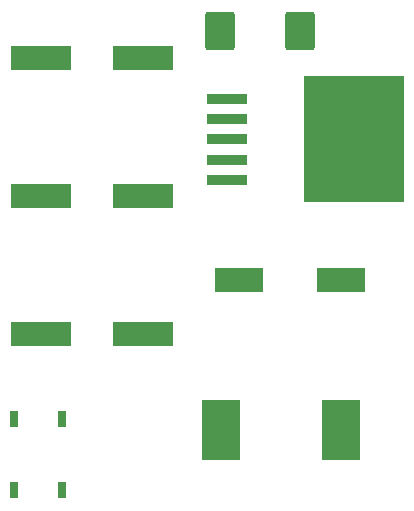
<source format=gbr>
%TF.GenerationSoftware,KiCad,Pcbnew,7.0.6*%
%TF.CreationDate,2025-01-04T15:57:42+10:30*%
%TF.ProjectId,Security System SMPS,53656375-7269-4747-9920-53797374656d,rev?*%
%TF.SameCoordinates,Original*%
%TF.FileFunction,Paste,Top*%
%TF.FilePolarity,Positive*%
%FSLAX46Y46*%
G04 Gerber Fmt 4.6, Leading zero omitted, Abs format (unit mm)*
G04 Created by KiCad (PCBNEW 7.0.6) date 2025-01-04 15:57:42*
%MOMM*%
%LPD*%
G01*
G04 APERTURE LIST*
G04 Aperture macros list*
%AMRoundRect*
0 Rectangle with rounded corners*
0 $1 Rounding radius*
0 $2 $3 $4 $5 $6 $7 $8 $9 X,Y pos of 4 corners*
0 Add a 4 corners polygon primitive as box body*
4,1,4,$2,$3,$4,$5,$6,$7,$8,$9,$2,$3,0*
0 Add four circle primitives for the rounded corners*
1,1,$1+$1,$2,$3*
1,1,$1+$1,$4,$5*
1,1,$1+$1,$6,$7*
1,1,$1+$1,$8,$9*
0 Add four rect primitives between the rounded corners*
20,1,$1+$1,$2,$3,$4,$5,0*
20,1,$1+$1,$4,$5,$6,$7,0*
20,1,$1+$1,$6,$7,$8,$9,0*
20,1,$1+$1,$8,$9,$2,$3,0*%
G04 Aperture macros list end*
%ADD10R,3.493999X0.964400*%
%ADD11R,8.458200X10.718800*%
%ADD12R,0.761200X1.454899*%
%ADD13R,3.300000X5.050000*%
%ADD14RoundRect,0.250000X1.000000X-1.400000X1.000000X1.400000X-1.000000X1.400000X-1.000000X-1.400000X0*%
%ADD15R,4.100000X2.000000*%
%ADD16R,5.100000X2.150000*%
G04 APERTURE END LIST*
D10*
%TO.C,U2*%
X126463800Y-72796400D03*
X126463800Y-74498200D03*
X126463800Y-76200000D03*
X126463800Y-77901800D03*
X126463800Y-79603600D03*
D11*
X137246100Y-76200000D03*
%TD*%
D12*
%TO.C,U1*%
X108489999Y-105896148D03*
X112490001Y-105896148D03*
X112490001Y-99843852D03*
X108489999Y-99843852D03*
%TD*%
D13*
%TO.C,L1*%
X136164000Y-100838000D03*
X125964000Y-100838000D03*
%TD*%
D14*
%TO.C,D1*%
X125886000Y-67056000D03*
X132686000Y-67056000D03*
%TD*%
D15*
%TO.C,C4*%
X127476000Y-88138000D03*
X136176000Y-88138000D03*
%TD*%
D16*
%TO.C,C3*%
X119380000Y-69342000D03*
X110780000Y-69342000D03*
%TD*%
%TO.C,C2*%
X119362000Y-80968000D03*
X110762000Y-80968000D03*
%TD*%
%TO.C,C1*%
X119380000Y-92710000D03*
X110780000Y-92710000D03*
%TD*%
M02*

</source>
